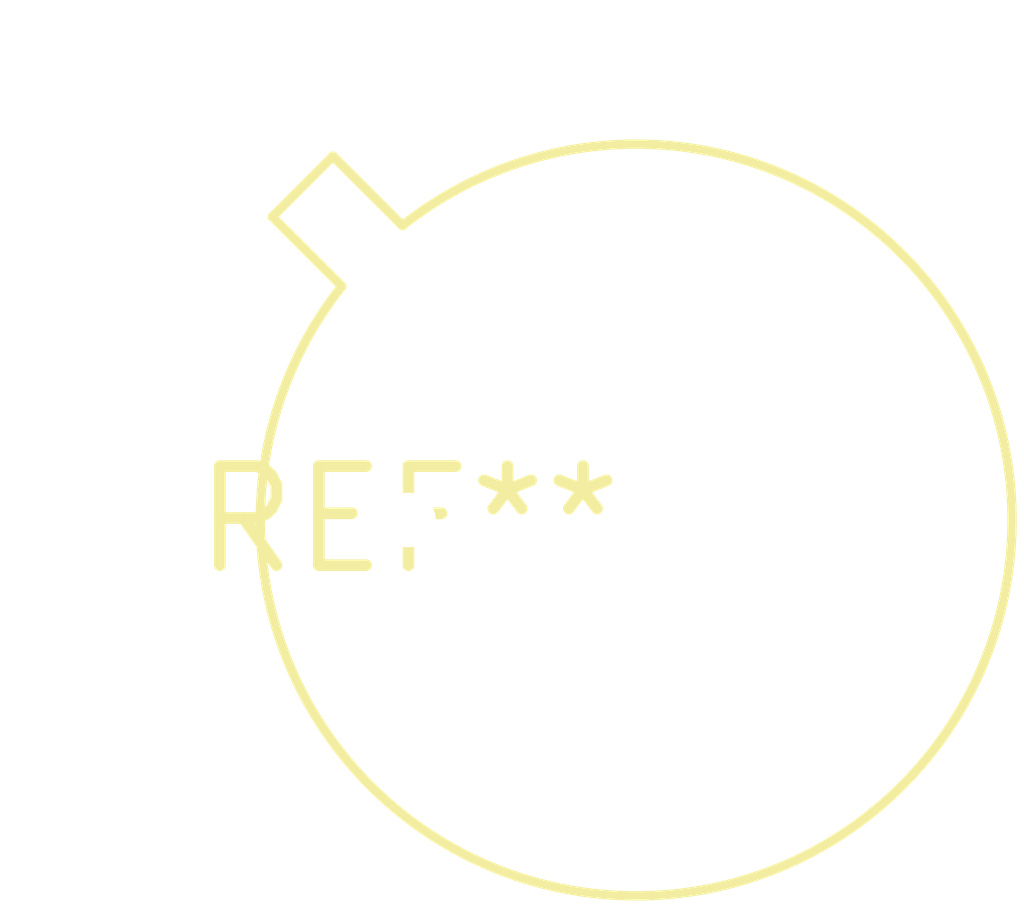
<source format=kicad_pcb>
(kicad_pcb (version 20240108) (generator pcbnew)
  (layers (0 "F.Cu" signal) (31 "B.Cu" signal) (34 "B.Paste" user) (35 "F.Paste" user) (36 "B.SilkS" user "B.Silkscreen") (37 "F.SilkS" user "F.Silkscreen") (38 "B.Mask" user) (39 "F.Mask" user) (44 "Edge.Cuts" user))
  (net 0 "")
  (footprint "TO-78-10" (layer "F.Cu") (at 0 0)
    (property "Reference" "REF**")
    (property "Value" "TO-78-10")
    (fp_line (start -1.745856 -3.888039) (end -0.854902 -2.997084) (layer "F.SilkS") (stroke (width 0.12)))
    (fp_line (start -0.968039 -4.665856) (end -1.745856 -3.888039) (layer "F.SilkS") (stroke (width 0.12)))
    (fp_line (start -0.077084 -3.774902) (end -0.968039 -4.665856) (layer "F.SilkS") (stroke (width 0.12)))
    (fp_arc (start -0.077084 -3.774902) (mid 6.328125 3.408384) (end -0.854674 -2.997371) (layer "F.SilkS") (stroke (width 0.12)))
    (pad "1" thru_hole oval (at 0 0) (size 1.6 1.2) (drill 0.7) (layers *.Cu *.Mask) (remove_unused_layers))
    (pad "2" thru_hole oval (at 0.55767 1.716333) (size 1.2 1.2) (drill 0.7) (layers *.Cu *.Mask) (remove_unused_layers))
    (pad "3" thru_hole oval (at 2.01767 2.777085) (size 1.2 1.2) (drill 0.7) (layers *.Cu *.Mask) (remove_unused_layers))
    (pad "4" thru_hole oval (at 3.82233 2.777085) (size 1.2 1.2) (drill 0.7) (layers *.Cu *.Mask) (remove_unused_layers))
    (pad "5" thru_hole oval (at 5.28233 1.716333) (size 1.2 1.2) (drill 0.7) (layers *.Cu *.Mask) (remove_unused_layers))
    (pad "6" thru_hole oval (at 5.84 0) (size 1.2 1.2) (drill 0.7) (layers *.Cu *.Mask) (remove_unused_layers))
    (pad "7" thru_hole oval (at 5.28233 -1.716333) (size 1.2 1.2) (drill 0.7) (layers *.Cu *.Mask) (remove_unused_layers))
    (pad "8" thru_hole oval (at 3.82233 -2.777085) (size 1.2 1.2) (drill 0.7) (layers *.Cu *.Mask) (remove_unused_layers))
    (pad "9" thru_hole oval (at 2.01767 -2.777085) (size 1.2 1.2) (drill 0.7) (layers *.Cu *.Mask) (remove_unused_layers))
    (pad "10" thru_hole oval (at 0.55767 -1.716333) (size 1.2 1.2) (drill 0.7) (layers *.Cu *.Mask) (remove_unused_layers))
  )
)
</source>
